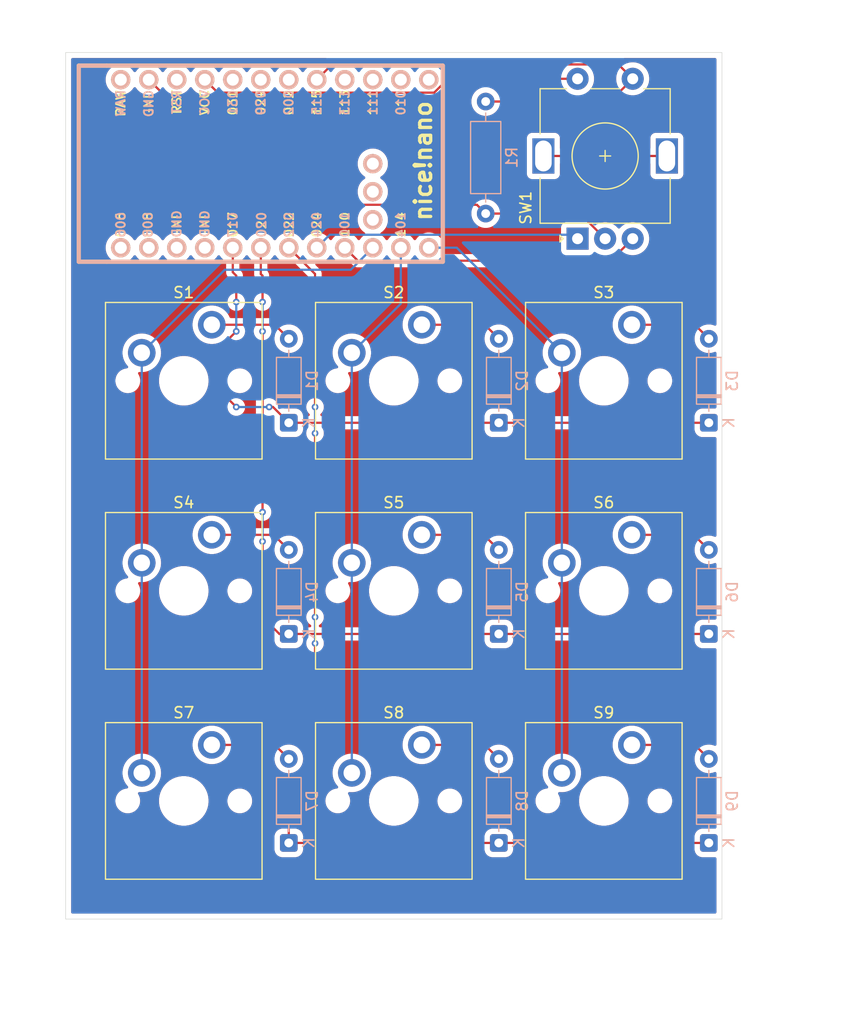
<source format=kicad_pcb>
(kicad_pcb (version 20241229) (generator "pcbnew") (generator_version "9.0")
  (layers (0 "F.Cu" signal) (2 "B.Cu" signal) (13 "F.Paste" user) (15 "B.Paste" user) (5 "F.SilkS" user "F.Silkscreen") (7 "B.SilkS" user "B.Silkscreen") (1 "F.Mask" user) (3 "B.Mask" user) (25 "Edge.Cuts" user))
  (net 0 "")
  (net 1 "Net-(D1-A)")
  (net 2 "Row 0")
  (net 3 "Net-(D2-A)")
  (net 4 "Net-(D3-A)")
  (net 5 "Net-(D4-A)")
  (net 6 "Row 1")
  (net 7 "Net-(D5-A)")
  (net 8 "Net-(D6-A)")
  (net 9 "Row 2")
  (net 10 "Net-(D7-A)")
  (net 11 "Net-(D8-A)")
  (net 12 "Net-(D9-A)")
  (net 13 "Col 0")
  (net 14 "Col 1")
  (net 15 "Col 2")
  (net 28 "Switch Pin")
  (net 29 "GND Pin")
  (net 30 "EC - B")
  (net 34 "EC - A")
  (net 36 "unconnected-(SW1-PadMP)")
  (net 37 "VCC Pin")
  (footprint "ScottoKeebs_MX:MX_PCB_1.00u" (layer "F.Cu") (at 133.35 95.25)
    (property "Reference" "S7" (at 0 -8 0) (layer "F.SilkS"))
    (property "Value" "~")
    (fp_line (start -7.1 -7.1) (end -7.1 7.1) (stroke (width 0.12)) (layer "F.SilkS"))
    (fp_line (start -7.1 7.1) (end 7.1 7.1) (stroke (width 0.12)) (layer "F.SilkS"))
    (fp_line (start 7.1 -7.1) (end -7.1 -7.1) (stroke (width 0.12)) (layer "F.SilkS"))
    (fp_line (start 7.1 7.1) (end 7.1 -7.1) (stroke (width 0.12)) (layer "F.SilkS"))
    (pad "" np_thru_hole circle (at -5.08 0) (size 1.75 1.75) (drill 1.75) (layers "*.Cu" "*.Mask"))
    (pad "" np_thru_hole circle (at 0 0) (size 4 4) (drill 4) (layers "*.Cu" "*.Mask"))
    (pad "" np_thru_hole circle (at 5.08 0) (size 1.75 1.75) (drill 1.75) (layers "*.Cu" "*.Mask"))
    (pad "1" thru_hole circle (at -3.81 -2.54) (size 2.5 2.5) (drill 1.5) (layers "*.Cu" "*.Mask") (net 13 "Col 0"))
    (pad "2" thru_hole circle (at 2.54 -5.08) (size 2.5 2.5) (drill 1.5) (layers "*.Cu" "*.Mask") (net 10 "Net-(D7-A)"))
  )
  (footprint "ScottoKeebs_MX:MX_PCB_1.00u" (layer "F.Cu") (at 171.45 76.2)
    (property "Reference" "S6" (at 0 -8 0) (layer "F.SilkS"))
    (property "Value" "~")
    (fp_line (start -7.1 -7.1) (end -7.1 7.1) (stroke (width 0.12)) (layer "F.SilkS"))
    (fp_line (start -7.1 7.1) (end 7.1 7.1) (stroke (width 0.12)) (layer "F.SilkS"))
    (fp_line (start 7.1 -7.1) (end -7.1 -7.1) (stroke (width 0.12)) (layer "F.SilkS"))
    (fp_line (start 7.1 7.1) (end 7.1 -7.1) (stroke (width 0.12)) (layer "F.SilkS"))
    (pad "" np_thru_hole circle (at -5.08 0) (size 1.75 1.75) (drill 1.75) (layers "*.Cu" "*.Mask"))
    (pad "" np_thru_hole circle (at 0 0) (size 4 4) (drill 4) (layers "*.Cu" "*.Mask"))
    (pad "" np_thru_hole circle (at 5.08 0) (size 1.75 1.75) (drill 1.75) (layers "*.Cu" "*.Mask"))
    (pad "1" thru_hole circle (at -3.81 -2.54) (size 2.5 2.5) (drill 1.5) (layers "*.Cu" "*.Mask") (net 15 "Col 2"))
    (pad "2" thru_hole circle (at 2.54 -5.08) (size 2.5 2.5) (drill 1.5) (layers "*.Cu" "*.Mask") (net 8 "Net-(D6-A)"))
  )
  (footprint "ScottoKeebs_MX:MX_PCB_1.00u" (layer "F.Cu") (at 171.45 95.25)
    (property "Reference" "S9" (at 0 -8 0) (layer "F.SilkS"))
    (property "Value" "~")
    (fp_line (start -7.1 -7.1) (end -7.1 7.1) (stroke (width 0.12)) (layer "F.SilkS"))
    (fp_line (start -7.1 7.1) (end 7.1 7.1) (stroke (width 0.12)) (layer "F.SilkS"))
    (fp_line (start 7.1 -7.1) (end -7.1 -7.1) (stroke (width 0.12)) (layer "F.SilkS"))
    (fp_line (start 7.1 7.1) (end 7.1 -7.1) (stroke (width 0.12)) (layer "F.SilkS"))
    (pad "" np_thru_hole circle (at -5.08 0) (size 1.75 1.75) (drill 1.75) (layers "*.Cu" "*.Mask"))
    (pad "" np_thru_hole circle (at 0 0) (size 4 4) (drill 4) (layers "*.Cu" "*.Mask"))
    (pad "" np_thru_hole circle (at 5.08 0) (size 1.75 1.75) (drill 1.75) (layers "*.Cu" "*.Mask"))
    (pad "1" thru_hole circle (at -3.81 -2.54) (size 2.5 2.5) (drill 1.5) (layers "*.Cu" "*.Mask") (net 15 "Col 2"))
    (pad "2" thru_hole circle (at 2.54 -5.08) (size 2.5 2.5) (drill 1.5) (layers "*.Cu" "*.Mask") (net 12 "Net-(D9-A)"))
  )
  (footprint "ScottoKeebs_MX:MX_PCB_1.00u" (layer "F.Cu") (at 133.35 57.15)
    (property "Reference" "S1" (at 0 -8 0) (layer "F.SilkS"))
    (property "Value" "~")
    (fp_line (start -7.1 -7.1) (end -7.1 7.1) (stroke (width 0.12)) (layer "F.SilkS"))
    (fp_line (start -7.1 7.1) (end 7.1 7.1) (stroke (width 0.12)) (layer "F.SilkS"))
    (fp_line (start 7.1 -7.1) (end -7.1 -7.1) (stroke (width 0.12)) (layer "F.SilkS"))
    (fp_line (start 7.1 7.1) (end 7.1 -7.1) (stroke (width 0.12)) (layer "F.SilkS"))
    (pad "" np_thru_hole circle (at -5.08 0) (size 1.75 1.75) (drill 1.75) (layers "*.Cu" "*.Mask"))
    (pad "" np_thru_hole circle (at 0 0) (size 4 4) (drill 4) (layers "*.Cu" "*.Mask"))
    (pad "" np_thru_hole circle (at 5.08 0) (size 1.75 1.75) (drill 1.75) (layers "*.Cu" "*.Mask"))
    (pad "1" thru_hole circle (at -3.81 -2.54) (size 2.5 2.5) (drill 1.5) (layers "*.Cu" "*.Mask") (net 13 "Col 0"))
    (pad "2" thru_hole circle (at 2.54 -5.08) (size 2.5 2.5) (drill 1.5) (layers "*.Cu" "*.Mask") (net 1 "Net-(D1-A)"))
  )
  (footprint "ScottoKeebs_MX:MX_PCB_1.00u" (layer "F.Cu") (at 133.35 76.2)
    (property "Reference" "S4" (at 0 -8 0) (layer "F.SilkS"))
    (property "Value" "~")
    (fp_line (start -7.1 -7.1) (end -7.1 7.1) (stroke (width 0.12)) (layer "F.SilkS"))
    (fp_line (start -7.1 7.1) (end 7.1 7.1) (stroke (width 0.12)) (layer "F.SilkS"))
    (fp_line (start 7.1 -7.1) (end -7.1 -7.1) (stroke (width 0.12)) (layer "F.SilkS"))
    (fp_line (start 7.1 7.1) (end 7.1 -7.1) (stroke (width 0.12)) (layer "F.SilkS"))
    (pad "" np_thru_hole circle (at -5.08 0) (size 1.75 1.75) (drill 1.75) (layers "*.Cu" "*.Mask"))
    (pad "" np_thru_hole circle (at 0 0) (size 4 4) (drill 4) (layers "*.Cu" "*.Mask"))
    (pad "" np_thru_hole circle (at 5.08 0) (size 1.75 1.75) (drill 1.75) (layers "*.Cu" "*.Mask"))
    (pad "1" thru_hole circle (at -3.81 -2.54) (size 2.5 2.5) (drill 1.5) (layers "*.Cu" "*.Mask") (net 13 "Col 0"))
    (pad "2" thru_hole circle (at 2.54 -5.08) (size 2.5 2.5) (drill 1.5) (layers "*.Cu" "*.Mask") (net 5 "Net-(D4-A)"))
  )
  (footprint "ScottoKeebs_MX:MX_PCB_1.00u" (layer "F.Cu") (at 171.45 57.15)
    (property "Reference" "S3" (at 0 -8 0) (layer "F.SilkS"))
    (property "Value" "~")
    (fp_line (start -7.1 -7.1) (end -7.1 7.1) (stroke (width 0.12)) (layer "F.SilkS"))
    (fp_line (start -7.1 7.1) (end 7.1 7.1) (stroke (width 0.12)) (layer "F.SilkS"))
    (fp_line (start 7.1 -7.1) (end -7.1 -7.1) (stroke (width 0.12)) (layer "F.SilkS"))
    (fp_line (start 7.1 7.1) (end 7.1 -7.1) (stroke (width 0.12)) (layer "F.SilkS"))
    (pad "" np_thru_hole circle (at -5.08 0) (size 1.75 1.75) (drill 1.75) (layers "*.Cu" "*.Mask"))
    (pad "" np_thru_hole circle (at 0 0) (size 4 4) (drill 4) (layers "*.Cu" "*.Mask"))
    (pad "" np_thru_hole circle (at 5.08 0) (size 1.75 1.75) (drill 1.75) (layers "*.Cu" "*.Mask"))
    (pad "1" thru_hole circle (at -3.81 -2.54) (size 2.5 2.5) (drill 1.5) (layers "*.Cu" "*.Mask") (net 15 "Col 2"))
    (pad "2" thru_hole circle (at 2.54 -5.08) (size 2.5 2.5) (drill 1.5) (layers "*.Cu" "*.Mask") (net 4 "Net-(D3-A)"))
  )
  (footprint "ScottoKeebs_MX:MX_PCB_1.00u" (layer "F.Cu") (at 152.4 57.15)
    (property "Reference" "S2" (at 0 -8 0) (layer "F.SilkS"))
    (property "Value" "~")
    (fp_line (start -7.1 -7.1) (end -7.1 7.1) (stroke (width 0.12)) (layer "F.SilkS"))
    (fp_line (start -7.1 7.1) (end 7.1 7.1) (stroke (width 0.12)) (layer "F.SilkS"))
    (fp_line (start 7.1 -7.1) (end -7.1 -7.1) (stroke (width 0.12)) (layer "F.SilkS"))
    (fp_line (start 7.1 7.1) (end 7.1 -7.1) (stroke (width 0.12)) (layer "F.SilkS"))
    (pad "" np_thru_hole circle (at -5.08 0) (size 1.75 1.75) (drill 1.75) (layers "*.Cu" "*.Mask"))
    (pad "" np_thru_hole circle (at 0 0) (size 4 4) (drill 4) (layers "*.Cu" "*.Mask"))
    (pad "" np_thru_hole circle (at 5.08 0) (size 1.75 1.75) (drill 1.75) (layers "*.Cu" "*.Mask"))
    (pad "1" thru_hole circle (at -3.81 -2.54) (size 2.5 2.5) (drill 1.5) (layers "*.Cu" "*.Mask") (net 14 "Col 1"))
    (pad "2" thru_hole circle (at 2.54 -5.08) (size 2.5 2.5) (drill 1.5) (layers "*.Cu" "*.Mask") (net 3 "Net-(D2-A)"))
  )
  (footprint "Nice Nano:nice_nano" (layer "F.Cu") (at 141.605 37.465)
    (property "Reference" "U1" (hide yes))
    (property "Value" "nice_nano" (hide yes))
    (fp_line (start -17.78 -8.89) (end -17.78 8.89) (stroke (width 0.381)) (layer "F.SilkS"))
    (fp_line (start -17.78 8.89) (end -15.24 8.89) (stroke (width 0.381)) (layer "F.SilkS"))
    (fp_line (start -15.24 -8.89) (end -17.78 -8.89) (stroke (width 0.381)) (layer "F.SilkS"))
    (fp_line (start -15.24 8.89) (end 15.24 8.89) (stroke (width 0.381)) (layer "F.SilkS"))
    (fp_line (start 15.24 -8.89) (end -15.24 -8.89) (stroke (width 0.381)) (layer "F.SilkS"))
    (fp_line (start 15.24 8.89) (end 15.24 -8.89) (stroke (width 0.381)) (layer "F.SilkS"))
    (fp_line (start -17.78 -8.89) (end -17.78 8.89) (stroke (width 0.381)) (layer "B.SilkS"))
    (fp_line (start -17.78 8.89) (end 15.24 8.89) (stroke (width 0.381)) (layer "B.SilkS"))
    (fp_line (start 15.24 -8.89) (end -17.78 -8.89) (stroke (width 0.381)) (layer "B.SilkS"))
    (fp_line (start 15.24 8.89) (end 15.24 -8.89) (stroke (width 0.381)) (layer "B.SilkS"))
    (fp_text user "002" (at 1.27 -5.537191 90) (layer "F.SilkS") (effects (font (size 0.8 0.8))))
    (fp_text user "100" (at 6.35 5.53719 90) (layer "F.SilkS") (effects (font (size 0.8 0.8))))
    (fp_text user "GND" (at -11.43 -5.454667 90) (layer "F.SilkS") (effects (font (size 0.8 0.8))))
    (fp_text user "008" (at -11.5 5.53719 90) (layer "F.SilkS") (effects (font (size 0.8 0.8))))
    (fp_text user "031" (at -3.81 -5.537191 90) (layer "F.SilkS") (effects (font (size 0.8 0.8))))
    (fp_text user "010" (at 11.43 -5.537191 90) (layer "F.SilkS") (effects (font (size 0.8 0.8))))
    (fp_text user "104" (at 11.43 5.53719 90) (layer "F.SilkS") (effects (font (size 0.8 0.8))))
    (fp_text user "GND" (at -8.89 5.461 90) (layer "F.SilkS") (effects (font (size 0.8 0.8))))
    (fp_text user "111" (at 8.89 -5.537191 90) (layer "F.SilkS") (effects (font (size 0.8 0.8))))
    (fp_text user "RST" (at -8.89 -5.588 90) (layer "F.SilkS") (effects (font (size 0.8 0.8))))
    (fp_text user "113" (at 6.35 -5.537191 90) (layer "F.SilkS") (effects (font (size 0.8 0.8))))
    (fp_text user "nice!nano" (at 13.462 -0.254 90) (layer "F.SilkS") (effects (font (size 1.5 1.5) (thickness 0.3))))
    (fp_text user "RAW" (at -13.97 -5.473715 90) (layer "F.SilkS") (effects (font (size 0.8 0.8))))
    (fp_text user "006" (at -13.97 5.53719 90) (layer "F.SilkS") (effects (font (size 0.8 0.8))))
    (fp_text user "017" (at -3.8 5.53719 90) (layer "F.SilkS") (effects (font (size 0.8 0.8))))
    (fp_text user "029" (at -1.27 -5.537191 90) (layer "F.SilkS") (effects (font (size 0.8 0.8))))
    (fp_text user "115" (at 3.81 -5.537191 90) (layer "F.SilkS") (effects (font (size 0.8 0.8))))
    (fp_text user "020" (at -1.2 5.53719 90) (layer "F.SilkS") (effects (font (size 0.8 0.8))))
    (fp_text user "GND" (at -6.35 5.461 90) (layer "F.SilkS") (effects (font (size 0.8 0.8))))
    (fp_text user "024" (at 3.81 5.53719 90) (layer "F.SilkS") (effects (font (size 0.8 0.8))))
    (fp_text user "022" (at 1.3 5.53719 90) (layer "F.SilkS") (effects (font (size 0.8 0.8))))
    (fp_text user "VCC" (at -6.35 -5.537191 90) (layer "F.SilkS") (effects (font (size 0.8 0.8))))
    (fp_text user "022" (at 1.3 5.53719 90) (layer "B.SilkS") (effects (font (size 0.8 0.8)) (justify mirror)))
    (fp_text user "RAW" (at -13.97 -5.473715 90) (layer "B.SilkS") (effects (font (size 0.8 0.8)) (justify mirror)))
    (fp_text user "029" (at -1.27 -5.537191 90) (layer "B.SilkS") (effects (font (size 0.8 0.8)) (justify mirror)))
    (fp_text user "GND" (at -6.35 5.461 90) (layer "B.SilkS") (effects (font (size 0.8 0.8)) (justify mirror)))
    (fp_text user "GND" (at -8.89 5.461 90) (layer "B.SilkS") (effects (font (size 0.8 0.8)) (justify mirror)))
    (fp_text user "008" (at -11.5 5.53719 90) (layer "B.SilkS") (effects (font (size 0.8 0.8)) (justify mirror)))
    (fp_text user "020" (at -1.2 5.53719 90) (layer "B.SilkS") (effects (font (size 0.8 0.8)) (justify mirror)))
    (fp_text user "024" (at 3.8 5.53719 90) (layer "B.SilkS") (effects (font (size 0.8 0.8)) (justify mirror)))
    (fp_text user "031" (at -3.81 -5.537191 90) (layer "B.SilkS") (effects (font (size 0.8 0.8)) (justify mirror)))
    (fp_text user "100" (at 6.35 5.53719 90) (layer "B.SilkS") (effects (font (size 0.8 0.8)) (justify mirror)))
    (fp_text user "104" (at 11.43 5.53719 90) (layer "B.SilkS") (effects (font (size 0.8 0.8)) (justify mirror)))
    (fp_text user "VCC" (at -6.35 -5.537191 90) (layer "B.SilkS") (effects (font (size 0.8 0.8)) (justify mirror)))
    (fp_text user "017" (at -3.81 5.53719 90) (layer "B.SilkS") (effects (font (size 0.8 0.8)) (justify mirror)))
    (fp_text user "010" (at 11.43 -5.537191 90) (layer "B.SilkS") (effects (font (size 0.8 0.8)) (justify mirror)))
    (fp_text user "002" (at 1.27 -5.537191 90) (layer "B.SilkS") (effects (font (size 0.8 0.8)) (justify mirror)))
    (fp_text user "111" (at 8.89 -5.537191 90) (layer "B.SilkS") (effects (font (size 0.8 0.8)) (justify mirror)))
    (fp_text user "GND" (at -11.43 -5.454667 90) (layer "B.SilkS") (effects (font (size 0.8 0.8)) (justify mirror)))
    (fp_text user "RST" (at -8.89 -5.588 90) (layer "B.SilkS") (effects (font (size 0.8 0.8)) (justify mirror)))
    (fp_text user "006" (at -13.97 5.53719 90) (layer "B.SilkS") (effects (font (size 0.8 0.8)) (justify mirror)))
    (fp_text user "115" (at 3.81 -5.537191 90) (layer "B.SilkS") (effects (font (size 0.8 0.8)) (justify mirror)))
    (fp_text user "113" (at 6.35 -5.537191 90) (layer "B.SilkS") (effects (font (size 0.8 0.8)) (justify mirror)))
    (pad "1" thru_hole circle (at -13.97 7.62) (size 1.7526 1.7526) (drill 1.0922) (layers "*.Cu" "*.SilkS" "*.Mask"))
    (pad "2" thru_hole circle (at -11.43 7.62) (size 1.7526 1.7526) (drill 1.0922) (layers "*.Cu" "*.SilkS" "*.Mask"))
    (pad "3" thru_hole circle (at -8.89 7.62) (size 1.7526 1.7526) (drill 1.0922) (layers "*.Cu" "*.SilkS" "*.Mask"))
    (pad "4" thru_hole circle (at -6.35 7.62) (size 1.7526 1.7526) (drill 1.0922) (layers "*.Cu" "*.SilkS" "*.Mask"))
    (pad "5" thru_hole circle (at -3.81 7.62) (size 1.7526 1.7526) (drill 1.0922) (layers "*.Cu" "*.SilkS" "*.Mask") (net 2 "Row 0"))
    (pad "6" thru_hole circle (at -1.27 7.62) (size 1.7526 1.7526) (drill 1.0922) (layers "*.Cu" "*.SilkS" "*.Mask") (net 6 "Row 1"))
    (pad "7" thru_hole circle (at 1.27 7.62) (size 1.7526 1.7526) (drill 1.0922) (layers "*.Cu" "*.SilkS" "*.Mask") (net 9 "Row 2"))
    (pad "8" thru_hole circle (at 3.81 7.62) (size 1.7526 1.7526) (drill 1.0922) (layers "*.Cu" "*.SilkS" "*.Mask") (net 34 "EC - A"))
    (pad "9" thru_hole circle (at 6.35 7.62) (size 1.7526 1.7526) (drill 1.0922) (layers "*.Cu" "*.SilkS" "*.Mask") (net 30 "EC - B"))
    (pad "10" thru_hole circle (at 8.89 7.62) (size 1.7526 1.7526) (drill 1.0922) (layers "*.Cu" "*.SilkS" "*.Mask") (net 13 "Col 0"))
    (pad "11" thru_hole circle (at 11.43 7.62) (size 1.7526 1.7526) (drill 1.0922) (layers "*.Cu" "*.SilkS" "*.Mask") (net 14 "Col 1"))
    (pad "12" thru_hole circle (at 13.97 7.62) (size 1.7526 1.7526) (drill 1.0922) (layers "*.Cu" "*.SilkS" "*.Mask") (net 15 "Col 2"))
    (pad "13" thru_hole circle (at 13.97 -7.62) (size 1.7526 1.7526) (drill 1.0922) (layers "*.Cu" "*.SilkS" "*.Mask"))
    (pad "14" thru_hole circle (at 11.43 -7.62) (size 1.7526 1.7526) (drill 1.0922) (layers "*.Cu" "*.SilkS" "*.Mask"))
    (pad "15" thru_hole circle (at 8.89 -7.62) (size 1.7526 1.7526) (drill 1.0922) (layers "*.Cu" "*.SilkS" "*.Mask"))
    (pad "16" thru_hole circle (at 6.35 -7.62) (size 1.7526 1.7526) (drill 1.0922) (layers "*.Cu" "*.SilkS" "*.Mask"))
    (pad "17" thru_hole circle (at 3.81 -7.62) (size 1.7526 1.7526) (drill 1.0922) (layers "*.Cu" "*.SilkS" "*.Mask") (net 28 "Switch Pin"))
    (pad "18" thru_hole circle (at 1.27 -7.62) (size 1.7526 1.7526) (drill 1.0922) (layers "*.Cu" "*.SilkS" "*.Mask"))
    (pad "19" thru_hole circle (at -1.27 -7.62) (size 1.7526 1.7526) (drill 1.0922) (layers "*.Cu" "*.SilkS" "*.Mask"))
    (pad "20" thru_hole circle (at -3.81 -7.62) (size 1.7526 1.7526) (drill 1.0922) (layers "*.Cu" "*.SilkS" "*.Mask"))
    (pad "21" thru_hole circle (at -6.35 -7.62) (size 1.7526 1.7526) (drill 1.0922) (layers "*.Cu" "*.SilkS" "*.Mask") (net 37 "VCC Pin"))
    (pad "22" thru_hole circle (at -8.89 -7.62) (size 1.7526 1.7526) (drill 1.0922) (layers "*.Cu" "*.SilkS" "*.Mask"))
    (pad "23" thru_hole circle (at -11.43 -7.62) (size 1.7526 1.7526) (drill 1.0922) (layers "*.Cu" "*.SilkS" "*.Mask") (net 29 "GND Pin"))
    (pad "24" thru_hole circle (at -13.97 -7.62) (size 1.7526 1.7526) (drill 1.0922) (layers "*.Cu" "*.SilkS" "*.Mask"))
    (pad "31" thru_hole circle (at 8.89 5.08) (size 1.7526 1.7526) (drill 1.0922) (layers "*.Cu" "*.SilkS" "*.Mask"))
    (pad "32" thru_hole circle (at 8.89 2.54) (size 1.7526 1.7526) (drill 1.0922) (layers "*.Cu" "*.SilkS" "*.Mask"))
    (pad "33" thru_hole circle (at 8.89 0) (size 1.7526 1.7526) (drill 1.0922) (layers "*.Cu" "*.SilkS" "*.Mask"))
  )
  (footprint "ScottoKeebs_MX:MX_PCB_1.00u" (layer "F.Cu") (at 152.4 76.2)
    (property "Reference" "S5" (at 0 -8 0) (layer "F.SilkS"))
    (property "Value" "~")
    (fp_line (start -7.1 -7.1) (end -7.1 7.1) (stroke (width 0.12)) (layer "F.SilkS"))
    (fp_line (start -7.1 7.1) (end 7.1 7.1) (stroke (width 0.12)) (layer "F.SilkS"))
    (fp_line (start 7.1 -7.1) (end -7.1 -7.1) (stroke (width 0.12)) (layer "F.SilkS"))
    (fp_line (start 7.1 7.1) (end 7.1 -7.1) (stroke (width 0.12)) (layer "F.SilkS"))
    (pad "" np_thru_hole circle (at -5.08 0) (size 1.75 1.75) (drill 1.75) (layers "*.Cu" "*.Mask"))
    (pad "" np_thru_hole circle (at 0 0) (size 4 4) (drill 4) (layers "*.Cu" "*.Mask"))
    (pad "" np_thru_hole circle (at 5.08 0) (size 1.75 1.75) (drill 1.75) (layers "*.Cu" "*.Mask"))
    (pad "1" thru_hole circle (at -3.81 -2.54) (size 2.5 2.5) (drill 1.5) (layers "*.Cu" "*.Mask") (net 14 "Col 1"))
    (pad "2" thru_hole circle (at 2.54 -5.08) (size 2.5 2.5) (drill 1.5) (layers "*.Cu" "*.Mask") (net 7 "Net-(D5-A)"))
  )
  (footprint "Rotary_Encoder:RotaryEncoder_Alps_EC11E-Switch_Vertical_H20mm" (layer "F.Cu") (at 169.06875 44.265625 90)
    (property "Reference" "SW1" (at 2.8 -4.7 90) (layer "F.SilkS"))
    (property "Value" "RotaryEncoder_Switch_MP")
    (fp_line (start 13.6 -3.4) (end 13.6 -1) (stroke (width 0.12)) (layer "F.SilkS"))
    (fp_line (start 9.5 -3.4) (end 13.6 -3.4) (stroke (width 0.12)) (layer "F.SilkS"))
    (fp_line (start 5.5 -3.4) (end 1.4 -3.4) (stroke (width 0.12)) (layer "F.SilkS"))
    (fp_line (start 1.4 -3.4) (end 1.4 8.4) (stroke (width 0.12)) (layer "F.SilkS"))
    (fp_line (start 0.3 -1.6) (end 0 -1.3) (stroke (width 0.12)) (layer "F.SilkS"))
    (fp_line (start -0.3 -1.6) (end 0.3 -1.6) (stroke (width 0.12)) (layer "F.SilkS"))
    (fp_line (start 0 -1.3) (end -0.3 -1.6) (stroke (width 0.12)) (layer "F.SilkS"))
    (fp_line (start 13.6 1.2) (end 13.6 3.8) (stroke (width 0.12)) (layer "F.SilkS"))
    (fp_line (start 7.5 2) (end 7.5 3) (stroke (width 0.12)) (layer "F.SilkS"))
    (fp_line (start 7 2.5) (end 8 2.5) (stroke (width 0.12)) (layer "F.SilkS"))
    (fp_line (start 13.6 6) (end 13.6 8.4) (stroke (width 0.12)) (layer "F.SilkS"))
    (fp_line (start 13.6 8.4) (end 9.5 8.4) (stroke (width 0.12)) (layer "F.SilkS"))
    (fp_line (start 5.5 8.4) (end 1.4 8.4) (stroke (width 0.12)) (layer "F.SilkS"))
    (fp_circle (center 7.5 2.5) (end 10.5 2.5) (stroke (width 0.12)) (fill no) (layer "F.SilkS"))
    (pad "A" thru_hole rect (at 0 0 90) (size 2 2) (drill 1) (layers "*.Cu" "*.Mask") (net 34 "EC - A"))
    (pad "B" thru_hole circle (at 0 5 90) (size 2 2) (drill 1) (layers "*.Cu" "*.Mask") (net 30 "EC - B"))
    (pad "C" thru_hole circle (at 0 2.5 90) (size 2 2) (drill 1) (layers "*.Cu" "*.Mask") (net 29 "GND Pin"))
    (pad "MP" thru_hole rect (at 7.5 -3.1 90) (size 3.2 2) (drill oval 2.8 1.5) (layers "*.Cu" "*.Mask") (net 36 "unconnected-(SW1-PadMP)"))
    (pad "MP" thru_hole rect (at 7.5 8.1 90) (size 3.2 2) (drill oval 2.8 1.5) (layers "*.Cu" "*.Mask") (net 36 "unconnected-(SW1-PadMP)"))
    (pad "S1" thru_hole circle (at 14.5 5 90) (size 2 2) (drill 1) (layers "*.Cu" "*.Mask") (net 28 "Switch Pin"))
    (pad "S2" thru_hole circle (at 14.5 0 90) (size 2 2) (drill 1) (layers "*.Cu" "*.Mask") (net 37 "VCC Pin"))
  )
  (footprint "ScottoKeebs_MX:MX_PCB_1.00u" (layer "F.Cu") (at 152.4 95.25)
    (property "Reference" "S8" (at 0 -8 0) (layer "F.SilkS"))
    (property "Value" "~")
    (fp_line (start -7.1 -7.1) (end -7.1 7.1) (stroke (width 0.12)) (layer "F.SilkS"))
    (fp_line (start -7.1 7.1) (end 7.1 7.1) (stroke (width 0.12)) (layer "F.SilkS"))
    (fp_line (start 7.1 -7.1) (end -7.1 -7.1) (stroke (width 0.12)) (layer "F.SilkS"))
    (fp_line (start 7.1 7.1) (end 7.1 -7.1) (stroke (width 0.12)) (layer "F.SilkS"))
    (pad "" np_thru_hole circle (at -5.08 0) (size 1.75 1.75) (drill 1.75) (layers "*.Cu" "*.Mask"))
    (pad "" np_thru_hole circle (at 0 0) (size 4 4) (drill 4) (layers "*.Cu" "*.Mask"))
    (pad "" np_thru_hole circle (at 5.08 0) (size 1.75 1.75) (drill 1.75) (layers "*.Cu" "*.Mask"))
    (pad "1" thru_hole circle (at -3.81 -2.54) (size 2.5 2.5) (drill 1.5) (layers "*.Cu" "*.Mask") (net 14 "Col 1"))
    (pad "2" thru_hole circle (at 2.54 -5.08) (size 2.5 2.5) (drill 1.5) (layers "*.Cu" "*.Mask") (net 11 "Net-(D8-A)"))
  )
  (footprint "Diode_THT:D_DO-35_SOD27_P7.62mm_Horizontal" (layer "B.Cu") (at 161.925 80.1075 90)
    (property "Reference" "D5" (at 3.81 2.12 90) (layer "B.SilkS") (effects (justify mirror)))
    (property "Value" "~")
    (fp_line (start 6.58 0) (end 5.93 0) (stroke (width 0.12)) (layer "B.SilkS"))
    (fp_line (start 1.04 0) (end 1.69 0) (stroke (width 0.12)) (layer "B.SilkS"))
    (fp_line (start 2.53 1.12) (end 2.53 -1.12) (stroke (width 0.12)) (layer "B.SilkS"))
    (fp_line (start 2.41 1.12) (end 2.41 -1.12) (stroke (width 0.12)) (layer "B.SilkS"))
    (fp_line (start 2.29 1.12) (end 2.29 -1.12) (stroke (width 0.12)) (layer "B.SilkS"))
    (fp_rect (start 1.69 1.12) (end 5.93 -1.12) (stroke (width 0.12)) (fill no) (layer "B.SilkS"))
    (fp_text user "K" (at 0 1.8 90) (layer "B.SilkS") (effects (justify mirror)))
    (pad "1" thru_hole roundrect (at 0 0 90) (size 1.6 1.6) (drill 0.8) (layers "*.Cu" "*.Mask") (roundrect_rratio 0.15625) (net 6 "Row 1"))
    (pad "2" thru_hole circle (at 7.62 0 90) (size 1.6 1.6) (drill 0.8) (layers "*.Cu" "*.Mask") (net 7 "Net-(D5-A)"))
  )
  (footprint "Diode_THT:D_DO-35_SOD27_P7.62mm_Horizontal" (layer "B.Cu") (at 180.975 80.1075 90)
    (property "Reference" "D6" (at 3.81 2.12 90) (layer "B.SilkS") (effects (justify mirror)))
    (property "Value" "~")
    (fp_line (start 6.58 0) (end 5.93 0) (stroke (width 0.12)) (layer "B.SilkS"))
    (fp_line (start 1.04 0) (end 1.69 0) (stroke (width 0.12)) (layer "B.SilkS"))
    (fp_line (start 2.53 1.12) (end 2.53 -1.12) (stroke (width 0.12)) (layer "B.SilkS"))
    (fp_line (start 2.41 1.12) (end 2.41 -1.12) (stroke (width 0.12)) (layer "B.SilkS"))
    (fp_line (start 2.29 1.12) (end 2.29 -1.12) (stroke (width 0.12)) (layer "B.SilkS"))
    (fp_rect (start 1.69 1.12) (end 5.93 -1.12) (stroke (width 0.12)) (fill no) (layer "B.SilkS"))
    (fp_text user "K" (at 0 1.8 90) (layer "B.SilkS") (effects (justify mirror)))
    (pad "1" thru_hole roundrect (at 0 0 90) (size 1.6 1.6) (drill 0.8) (layers "*.Cu" "*.Mask") (roundrect_rratio 0.15625) (net 6 "Row 1"))
    (pad "2" thru_hole circle (at 7.62 0 90) (size 1.6 1.6) (drill 0.8) (layers "*.Cu" "*.Mask") (net 8 "Net-(D6-A)"))
  )
  (footprint "Diode_THT:D_DO-35_SOD27_P7.62mm_Horizontal" (layer "B.Cu") (at 161.925 99.06 90)
    (property "Reference" "D8" (at 3.81 2.12 90) (layer "B.SilkS") (effects (justify mirror)))
    (property "Value" "~")
    (fp_line (start 6.58 0) (end 5.93 0) (stroke (width 0.12)) (layer "B.SilkS"))
    (fp_line (start 1.04 0) (end 1.69 0) (stroke (width 0.12)) (layer "B.SilkS"))
    (fp_line (start 2.53 1.12) (end 2.53 -1.12) (stroke (width 0.12)) (layer "B.SilkS"))
    (fp_line (start 2.41 1.12) (end 2.41 -1.12) (stroke (width 0.12)) (layer "B.SilkS"))
    (fp_line (start 2.29 1.12) (end 2.29 -1.12) (stroke (width 0.12)) (layer "B.SilkS"))
    (fp_rect (start 1.69 1.12) (end 5.93 -1.12) (stroke (width 0.12)) (fill no) (layer "B.SilkS"))
    (fp_text user "K" (at 0 1.8 90) (layer "B.SilkS") (effects (justify mirror)))
    (pad "1" thru_hole roundrect (at 0 0 90) (size 1.6 1.6) (drill 0.8) (layers "*.Cu" "*.Mask") (roundrect_rratio 0.15625) (net 9 "Row 2"))
    (pad "2" thru_hole circle (at 7.62 0 90) (size 1.6 1.6) (drill 0.8) (layers "*.Cu" "*.Mask") (net 11 "Net-(D8-A)"))
  )
  (footprint "Diode_THT:D_DO-35_SOD27_P7.62mm_Horizontal" (layer "B.Cu") (at 142.875 80.1075 90)
    (property "Reference" "D4" (at 3.81 2.12 90) (layer "B.SilkS") (effects (justify mirror)))
    (property "Value" "~")
    (fp_line (start 6.58 0) (end 5.93 0) (stroke (width 0.12)) (layer "B.SilkS"))
    (fp_line (start 1.04 0) (end 1.69 0) (stroke (width 0.12)) (layer "B.SilkS"))
    (fp_line (start 2.53 1.12) (end 2.53 -1.12) (stroke (width 0.12)) (layer "B.SilkS"))
    (fp_line (start 2.41 1.12) (end 2.41 -1.12) (stroke (width 0.12)) (layer "B.SilkS"))
    (fp_line (start 2.29 1.12) (end 2.29 -1.12) (stroke (width 0.12)) (layer "B.SilkS"))
    (fp_rect (start 1.69 1.12) (end 5.93 -1.12) (stroke (width 0.12)) (fill no) (layer "B.SilkS"))
    (fp_text user "K" (at 0 1.8 90) (layer "B.SilkS") (effects (justify mirror)))
    (pad "1" thru_hole roundrect (at 0 0 90) (size 1.6 1.6) (drill 0.8) (layers "*.Cu" "*.Mask") (roundrect_rratio 0.15625) (net 6 "Row 1"))
    (pad "2" thru_hole circle (at 7.62 0 90) (size 1.6 1.6) (drill 0.8) (layers "*.Cu" "*.Mask") (net 5 "Net-(D4-A)"))
  )
  (footprint "Diode_THT:D_DO-35_SOD27_P7.62mm_Horizontal" (layer "B.Cu") (at 161.925 60.96 90)
    (property "Reference" "D2" (at 3.81 2.12 90) (layer "B.SilkS") (effects (justify mirror)))
    (property "Value" "~")
    (fp_line (start 6.58 0) (end 5.93 0) (stroke (width 0.12)) (layer "B.SilkS"))
    (fp_line (start 1.04 0) (end 1.69 0) (stroke (width 0.12)) (layer "B.SilkS"))
    (fp_line (start 2.53 1.12) (end 2.53 -1.12) (stroke (width 0.12)) (layer "B.SilkS"))
    (fp_line (start 2.41 1.12) (end 2.41 -1.12) (stroke (width 0.12)) (layer "B.SilkS"))
    (fp_line (start 2.29 1.12) (end 2.29 -1.12) (stroke (width 0.12)) (layer "B.SilkS"))
    (fp_rect (start 1.69 1.12) (end 5.93 -1.12) (stroke (width 0.12)) (fill no) (layer "B.SilkS"))
    (fp_text user "K" (at 0 1.8 90) (layer "B.SilkS") (effects (justify mirror)))
    (pad "1" thru_hole roundrect (at 0 0 90) (size 1.6 1.6) (drill 0.8) (layers "*.Cu" "*.Mask") (roundrect_rratio 0.15625) (net 2 "Row 0"))
    (pad "2" thru_hole circle (at 7.62 0 90) (size 1.6 1.6) (drill 0.8) (layers "*.Cu" "*.Mask") (net 3 "Net-(D2-A)"))
  )
  (footprint "Diode_THT:D_DO-35_SOD27_P7.62mm_Horizontal" (layer "B.Cu") (at 142.875 99.06 90)
    (property "Reference" "D7" (at 3.81 2.12 90) (layer "B.SilkS") (effects (justify mirror)))
    (property "Value" "~")
    (fp_line (start 6.58 0) (end 5.93 0) (stroke (width 0.12)) (layer "B.SilkS"))
    (fp_line (start 1.04 0) (end 1.69 0) (stroke (width 0.12)) (layer "B.SilkS"))
    (fp_line (start 2.53 1.12) (end 2.53 -1.12) (stroke (width 0.12)) (layer "B.SilkS"))
    (fp_line (start 2.41 1.12) (end 2.41 -1.12) (stroke (width 0.12)) (layer "B.SilkS"))
    (fp_line (start 2.29 1.12) (end 2.29 -1.12) (stroke (width 0.12)) (layer "B.SilkS"))
    (fp_rect (start 1.69 1.12) (end 5.93 -1.12) (stroke (width 0.12)) (fill no) (layer "B.SilkS"))
    (fp_text user "K" (at 0 1.8 90) (layer "B.SilkS") (effects (justify mirror)))
    (pad "1" thru_hole roundrect (at 0 0 90) (size 1.6 1.6) (drill 0.8) (layers "*.Cu" "*.Mask") (roundrect_rratio 0.15625) (net 9 "Row 2"))
    (pad "2" thru_hole circle (at 7.62 0 90) (size 1.6 1.6) (drill 0.8) (layers "*.Cu" "*.Mask") (net 10 "Net-(D7-A)"))
  )
  (footprint "Diode_THT:D_DO-35_SOD27_P7.62mm_Horizontal" (layer "B.Cu") (at 180.975 60.96 90)
    (property "Reference" "D3" (at 3.81 2.12 90) (layer "B.SilkS") (effects (justify mirror)))
    (property "Value" "~")
    (fp_line (start 6.58 0) (end 5.93 0) (stroke (width 0.12)) (layer "B.SilkS"))
    (fp_line (start 1.04 0) (end 1.69 0) (stroke (width 0.12)) (layer "B.SilkS"))
    (fp_line (start 2.53 1.12) (end 2.53 -1.12) (stroke (width 0.12)) (layer "B.SilkS"))
    (fp_line (start 2.41 1.12) (end 2.41 -1.12) (stroke (width 0.12)) (layer "B.SilkS"))
    (fp_line (start 2.29 1.12) (end 2.29 -1.12) (stroke (width 0.12)) (layer "B.SilkS"))
    (fp_rect (start 1.69 1.12) (end 5.93 -1.12) (stroke (width 0.12)) (fill no) (layer "B.SilkS"))
    (fp_text user "K" (at 0 1.8 90) (layer "B.SilkS") (effects (justify mirror)))
    (pad "1" thru_hole roundrect (at 0 0 90) (size 1.6 1.6) (drill 0.8) (layers "*.Cu" "*.Mask") (roundrect_rratio 0.15625) (net 2 "Row 0"))
    (pad "2" thru_hole circle (at 7.62 0 90) (size 1.6 1.6) (drill 0.8) (layers "*.Cu" "*.Mask") (net 4 "Net-(D3-A)"))
  )
  (footprint "Diode_THT:D_DO-35_SOD27_P7.62mm_Horizontal" (layer "B.Cu") (at 180.975 99.06 90)
    (property "Reference" "D9" (at 3.81 2.12 90) (layer "B.SilkS") (effects (justify mirror)))
    (property "Value" "~")
    (fp_line (start 6.58 0) (end 5.93 0) (stroke (width 0.12)) (layer "B.SilkS"))
    (fp_line (start 1.04 0) (end 1.69 0) (stroke (width 0.12)) (layer "B.SilkS"))
    (fp_line (start 2.53 1.12) (end 2.53 -1.12) (stroke (width 0.12)) (layer "B.SilkS"))
    (fp_line (start 2.41 1.12) (end 2.41 -1.12) (stroke (width 0.12)) (layer "B.SilkS"))
    (fp_line (start 2.29 1.12) (end 2.29 -1.12) (stroke (width 0.12)) (layer "B.SilkS"))
    (fp_rect (start 1.69 1.12) (end 5.93 -1.12) (stroke (width 0.12)) (fill no) (layer "B.SilkS"))
    (fp_text user "K" (at 0 1.8 90) (layer "B.SilkS") (effects (justify mirror)))
    (pad "1" thru_hole roundrect (at 0 0 90) (size 1.6 1.6) (drill 0.8) (layers "*.Cu" "*.Mask") (roundrect_rratio 0.15625) (net 9 "Row 2"))
    (pad "2" thru_hole circle (at 7.62 0 90) (size 1.6 1.6) (drill 0.8) (layers "*.Cu" "*.Mask") (net 12 "Net-(D9-A)"))
  )
  (footprint "Diode_THT:D_DO-35_SOD27_P7.62mm_Horizontal" (layer "B.Cu") (at 142.875 60.96 90)
    (property "Reference" "D1" (at 3.81 2.12 90) (layer "B.SilkS") (effects (justify mirror)))
    (property "Value" "~")
    (fp_line (start 6.58 0) (end 5.93 0) (stroke (width 0.12)) (layer "B.SilkS"))
    (fp_line (start 1.04 0) (end 1.69 0) (stroke (width 0.12)) (layer "B.SilkS"))
    (fp_line (start 2.53 1.12) (end 2.53 -1.12) (stroke (width 0.12)) (layer "B.SilkS"))
    (fp_line (start 2.41 1.12) (end 2.41 -1.12) (stroke (width 0.12)) (layer "B.SilkS"))
    (fp_line (start 2.29 1.12) (end 2.29 -1.12) (stroke (width 0.12)) (layer "B.SilkS"))
    (fp_rect (start 1.69 1.12) (end 5.93 -1.12) (stroke (width 0.12)) (fill no) (layer "B.SilkS"))
    (fp_text user "K" (at 0 1.8 90) (layer "B.SilkS") (effects (justify mirror)))
    (pad "1" thru_hole roundrect (at 0 0 90) (size 1.6 1.6) (drill 0.8) (layers "*.Cu" "*.Mask") (roundrect_rratio 0.15625) (net 2 "Row 0"))
    (pad "2" thru_hole circle (at 7.62 0 90) (size 1.6 1.6) (drill 0.8) (layers "*.Cu" "*.Mask") (net 1 "Net-(D1-A)"))
  )
  (footprint "Resistor_THT:R_Axial_DIN0207_L6.3mm_D2.5mm_P10.16mm_Horizontal" (layer "B.Cu") (at 160.734375 41.989375 90)
    (property "Reference" "R1" (at 5.08 2.37 90) (layer "B.SilkS") (effects (justify mirror)))
    (property "Value" "10k")
    (fp_line (start 9.12 0) (end 8.35 0) (stroke (width 0.12)) (layer "B.SilkS"))
    (fp_line (start 1.04 0) (end 1.81 0) (stroke (width 0.12)) (layer "B.SilkS"))
    (fp_rect (start 1.81 1.37) (end 8.35 -1.37) (stroke (width 0.12)) (fill no) (layer "B.SilkS"))
    (pad "1" thru_hole circle (at 0 0 90) (size 1.6 1.6) (drill 0.8) (layers "*.Cu" "*.Mask") (net 28 "Switch Pin"))
    (pad "2" thru_hole circle (at 10.16 0 90) (size 1.6 1.6) (drill 0.8) (layers "*.Cu" "*.Mask") (net 29 "GND Pin"))
  )
  (gr_rect (start 122.634375 27.384375) (end 182.165625 105.965625) (stroke (width 0.05)) (fill no) (layer "Edge.Cuts"))
  (segment (start 141.605 52.07) (end 142.875 53.34) (width 0.2) (layer "F.Cu") (net 1))
  (segment (start 135.89 52.07) (end 141.605 52.07) (width 0.2) (layer "F.Cu") (net 1))
  (segment (start 138.1125 50.00625) (end 138.1125 47.625) (width 0.2) (layer "F.Cu") (net 2))
  (segment (start 137.204 58.62275) (end 137.204 53.5785) (width 0.2) (layer "F.Cu") (net 2))
  (segment (start 180.975 60.96) (end 142.875 60.96) (width 0.2) (layer "F.Cu") (net 2))
  (segment (start 137.204 53.5785) (end 138.1125 52.67) (width 0.2) (layer "F.Cu") (net 2))
  (segment (start 137.795 47.3075) (end 137.795 45.085) (width 0.2) (layer "F.Cu") (net 2))
  (segment (start 138.1125 47.625) (end 137.795 47.3075) (width 0.2) (layer "F.Cu") (net 2))
  (segment (start 138.1125 59.53125) (end 137.204 58.62275) (width 0.2) (layer "F.Cu") (net 2))
  (segment (start 141.44625 59.53125) (end 141.09375 59.53125) (width 0.2) (layer "F.Cu") (net 2))
  (segment (start 142.875 60.96) (end 141.44625 59.53125) (width 0.2) (layer "F.Cu") (net 2))
  (via (at 141.09375 59.53125) (size 0.6) (drill 0.3) (layers "F.Cu" "B.Cu") (net 2))
  (via (at 138.1125 52.67) (size 0.6) (drill 0.3) (layers "F.Cu" "B.Cu") (net 2))
  (via (at 138.1125 50.00625) (size 0.6) (drill 0.3) (layers "F.Cu" "B.Cu") (net 2))
  (via (at 138.1125 59.53125) (size 0.6) (drill 0.3) (layers "F.Cu" "B.Cu") (net 2))
  (segment (start 138.1125 52.67) (end 138.1125 50.00625) (width 0.2) (layer "B.Cu") (net 2))
  (segment (start 141.09375 59.53125) (end 138.1125 59.53125) (width 0.2) (layer "B.Cu") (net 2))
  (segment (start 154.94 52.07) (end 160.655 52.07) (width 0.2) (layer "F.Cu") (net 3))
  (segment (start 160.655 52.07) (end 161.925 53.34) (width 0.2) (layer "F.Cu") (net 3))
  (segment (start 173.99 52.07) (end 179.705 52.07) (width 0.2) (layer "F.Cu") (net 4))
  (segment (start 179.705 52.07) (end 180.975 53.34) (width 0.2) (layer "F.Cu") (net 4))
  (segment (start 135.89 71.12) (end 141.5075 71.12) (width 0.2) (layer "F.Cu") (net 5))
  (segment (start 141.5075 71.12) (end 142.875 72.4875) (width 0.2) (layer "F.Cu") (net 5))
  (segment (start 140.335 47.46625) (end 140.335 45.085) (width 0.2) (layer "F.Cu") (net 6))
  (segment (start 180.975 80.1075) (end 142.875 80.1075) (width 0.2) (layer "F.Cu") (net 6))
  (segment (start 140.49375 50.00625) (end 140.49375 47.625) (width 0.2) (layer "F.Cu") (net 6))
  (segment (start 142.875 80.1075) (end 142.02 80.1075) (width 0.2) (layer "F.Cu") (net 6))
  (segment (start 140.49375 78.58125) (end 140.49375 71.72) (width 0.2) (layer "F.Cu") (net 6))
  (segment (start 142.02 80.1075) (end 140.49375 78.58125) (width 0.2) (layer "F.Cu") (net 6))
  (segment (start 140.49375 47.625) (end 140.335 47.46625) (width 0.2) (layer "F.Cu") (net 6))
  (segment (start 140.49375 69.05625) (end 140.49375 52.67) (width 0.2) (layer "F.Cu") (net 6))
  (via (at 140.49375 71.72) (size 0.6) (drill 0.3) (layers "F.Cu" "B.Cu") (net 6))
  (via (at 140.49375 69.05625) (size 0.6) (drill 0.3) (layers "F.Cu" "B.Cu") (net 6))
  (via (at 140.49375 50.00625) (size 0.6) (drill 0.3) (layers "F.Cu" "B.Cu") (net 6))
  (via (at 140.49375 52.67) (size 0.6) (drill 0.3) (layers "F.Cu" "B.Cu") (net 6))
  (segment (start 140.49375 52.67) (end 140.49375 50.00625) (width 0.2) (layer "B.Cu") (net 6))
  (segment (start 140.49375 71.72) (end 140.49375 69.05625) (width 0.2) (layer "B.Cu") (net 6))
  (segment (start 160.5575 71.12) (end 161.925 72.4875) (width 0.2) (layer "F.Cu") (net 7))
  (segment (start 154.94 71.12) (end 160.5575 71.12) (width 0.2) (layer "F.Cu") (net 7))
  (segment (start 173.99 71.12) (end 179.6075 71.12) (width 0.2) (layer "F.Cu") (net 8))
  (segment (start 179.6075 71.12) (end 180.975 72.4875) (width 0.2) (layer "F.Cu") (net 8))
  (segment (start 145.25625 78.58125) (end 145.25625 61.9125) (width 0.2) (layer "F.Cu") (net 9))
  (segment (start 145.25625 47.46625) (end 142.875 45.085) (width 0.2) (layer "F.Cu") (net 9))
  (segment (start 142.875 95.25) (end 145.25625 92.86875) (width 0.2) (layer "F.Cu") (net 9))
  (segment (start 142.875 99.06) (end 142.875 95.25) (width 0.2) (layer "F.Cu") (net 9))
  (segment (start 180.975 99.06) (end 142.875 99.06) (width 0.2) (layer "F.Cu") (net 9))
  (segment (start 145.25625 92.86875) (end 145.25625 80.9625) (width 0.2) (layer "F.Cu") (net 9))
  (segment (start 145.25625 59.53125) (end 145.25625 47.46625) (width 0.2) (layer "F.Cu") (net 9))
  (via (at 145.25625 59.53125) (size 0.6) (drill 0.3) (layers "F.Cu" "B.Cu") (net 9))
  (via (at 145.25625 80.9625) (size 0.6) (drill 0.3) (layers "F.Cu" "B.Cu") (net 9))
  (via (at 145.25625 78.58125) (size 0.6) (drill 0.3) (layers "F.Cu" "B.Cu") (net 9))
  (via (at 145.25625 61.9125) (size 0.6) (drill 0.3) (layers "F.Cu" "B.Cu") (net 9))
  (segment (start 145.25625 80.9625) (end 145.25625 78.58125) (width 0.2) (layer "B.Cu") (net 9))
  (segment (start 145.25625 61.9125) (end 145.25625 59.53125) (width 0.2) (layer "B.Cu") (net 9))
  (segment (start 135.89 90.17) (end 141.605 90.17) (width 0.2) (layer "F.Cu") (net 10))
  (segment (start 141.605 90.17) (end 142.875 91.44) (width 0.2) (layer "F.Cu") (net 10))
  (segment (start 154.94 90.17) (end 160.655 90.17) (width 0.2) (layer "F.Cu") (net 11))
  (segment (start 160.655 90.17) (end 161.925 91.44) (width 0.2) (layer "F.Cu") (net 11))
  (segment (start 173.99 90.17) (end 179.705 90.17) (width 0.2) (layer "F.Cu") (net 12))
  (segment (start 179.705 90.17) (end 180.975 91.44) (width 0.2) (layer "F.Cu") (net 12))
  (segment (start 148.4973 47.0827) (end 150.495 45.085) (width 0.2) (layer "B.Cu") (net 13))
  (segment (start 129.54 54.61) (end 129.54 92.71) (width 0.2) (layer "B.Cu") (net 13))
  (segment (start 137.0673 47.0827) (end 148.4973 47.0827) (width 0.2) (layer "B.Cu") (net 13))
  (segment (start 129.54 54.61) (end 137.0673 47.0827) (width 0.2) (layer "B.Cu") (net 13))
  (segment (start 148.59 54.61) (end 148.59 92.71) (width 0.2) (layer "B.Cu") (net 14))
  (segment (start 148.59 54.61) (end 153.035 50.165) (width 0.2) (layer "B.Cu") (net 14))
  (segment (start 153.035 50.165) (end 153.035 45.085) (width 0.2) (layer "B.Cu") (net 14))
  (segment (start 167.64 54.61) (end 158.115 45.085) (width 0.2) (layer "B.Cu") (net 15))
  (segment (start 167.64 54.61) (end 167.64 92.71) (width 0.2) (layer "B.Cu") (net 15))
  (segment (start 158.115 45.085) (end 155.575 45.085) (width 0.2) (layer "B.Cu") (net 15))
  (segment (start 172.005 31.829375) (end 174.06875 29.765625) (width 0.2) (layer "F.Cu") (net 28))
  (segment (start 160.734375 31.829375) (end 172.005 31.829375) (width 0.2) (layer "F.Cu") (net 28))
  (segment (start 172.76775 28.464625) (end 146.795375 28.464625) (width 0.2) (layer "F.Cu") (net 28))
  (segment (start 146.795375 28.464625) (end 145.415 29.845) (width 0.2) (layer "F.Cu") (net 28))
  (segment (start 174.06875 29.765625) (end 172.76775 28.464625) (width 0.2) (layer "F.Cu") (net 28))
  (segment (start 141.519376 41.189376) (end 130.175 29.845) (width 0.2) (layer "F.Cu") (net 29))
  (segment (start 160.734375 41.989375) (end 159.934376 41.189376) (width 0.2) (layer "F.Cu") (net 29))
  (segment (start 159.934376 41.189376) (end 141.519376 41.189376) (width 0.2) (layer "F.Cu") (net 29))
  (segment (start 171.56875 44.265625) (end 169.2925 41.989375) (width 0.2) (layer "F.Cu") (net 29))
  (segment (start 169.2925 41.989375) (end 160.734375 41.989375) (width 0.2) (layer "F.Cu") (net 29))
  (segment (start 172.072075 46.2623) (end 149.1323 46.2623) (width 0.2) (layer "F.Cu") (net 30))
  (segment (start 174.06875 44.265625) (end 172.072075 46.2623) (width 0.2) (layer "F.Cu") (net 30))
  (segment (start 149.1323 46.2623) (end 147.955 45.085) (width 0.2) (layer "F.Cu") (net 30))
  (segment (start 169.06875 44.265625) (end 168.710825 43.9077) (width 0.2) (layer "B.Cu") (net 34))
  (segment (start 146.5923 43.9077) (end 145.415 45.085) (width 0.2) (layer "B.Cu") (net 34))
  (segment (start 168.710825 43.9077) (end 146.5923 43.9077) (width 0.2) (layer "B.Cu") (net 34))
  (segment (start 165.96875 36.765625) (end 177.16875 36.765625) (width 0.2) (layer "F.Cu") (net 36))
  (segment (start 157.319329 29.765625) (end 156.062654 31.0223) (width 0.2) (layer "F.Cu") (net 37))
  (segment (start 156.062654 31.0223) (end 136.4323 31.0223) (width 0.2) (layer "F.Cu") (net 37))
  (segment (start 136.4323 31.0223) (end 135.255 29.845) (width 0.2) (layer "F.Cu") (net 37))
  (segment (start 169.06875 29.765625) (end 157.319329 29.765625) (width 0.2) (layer "F.Cu") (net 37))
  (zone (net 0) (net_name "") (layers "F.Cu" "B.Cu") (connect_pads (clearance 0.5)) (min_thickness 0.25) (fill yes (thermal_gap 0.5) (thermal_bridge_width 0.5) (island_removal_mode 1) (island_area_min 10))
    (polygon (pts (xy 189.309375 22.621875) (xy 116.68125 22.621875) (xy 119.0625 111.91875) (xy 194.071875 115.490625)))
  )
)
</source>
